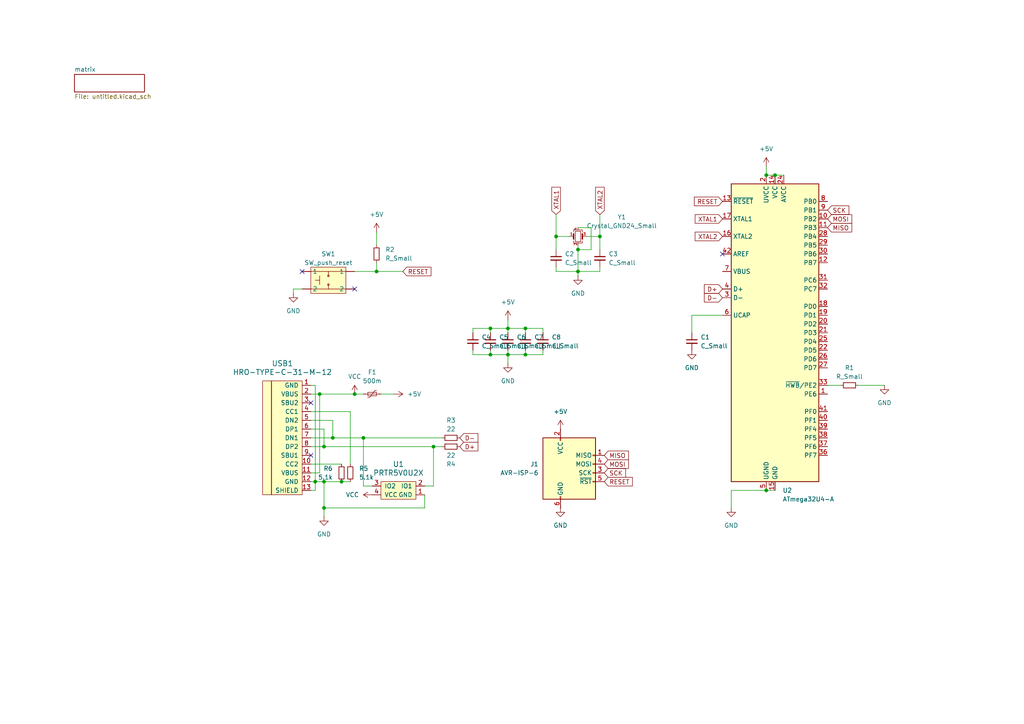
<source format=kicad_sch>
(kicad_sch (version 20231120) (generator "eeschema") (generator_version "8.0")
  (paper "A4")
  (title_block (title "65% ANSI Keyboard Schematic"))
  (lib_symbols
    (symbol "Connector:AVR-ISP-6" (pin_names (offset 1.016))
      (property "Reference" "J" (at -6.35 11.43 0))
      (property "Value" "AVR-ISP-6" (at 0 11.43 0))
      (symbol "AVR-ISP-6_0_1"
        (rectangle (start -2.667 -6.858) (end -2.413 -7.62))
        (rectangle (start -2.667 10.16) (end -2.413 9.398))
        (rectangle (start 7.62 -2.413) (end 6.858 -2.667))
        (rectangle (start 7.62 0.127) (end 6.858 -0.127))
        (rectangle (start 7.62 2.667) (end 6.858 2.413))
        (rectangle (start 7.62 5.207) (end 6.858 4.953))
        (rectangle (start 7.62 10.16) (end -7.62 -7.62) (stroke (width 0.254)) (fill (type background)))
      )
      (symbol "AVR-ISP-6_1_1"
        (pin passive line (at 10.16 5.08 180) (length 2.54) (name "MISO") (number "1"))
        (pin passive line (at -2.54 12.7 270) (length 2.54) (name "VCC") (number "2"))
        (pin passive line (at 10.16 0 180) (length 2.54) (name "SCK") (number "3"))
        (pin passive line (at 10.16 2.54 180) (length 2.54) (name "MOSI") (number "4"))
        (pin passive line (at 10.16 -2.54 180) (length 2.54) (name "~{RST}") (number "5"))
        (pin passive line (at -2.54 -10.16 90) (length 2.54) (name "GND") (number "6"))
      )
    )
    (symbol "Device:C_Small" (pin_numbers hide) (pin_names (offset 0.254) hide)
      (property "Reference" "C" (at 0.254 1.778 0))
      (property "Value" "C_Small" (at 0.254 -2.032 0))
      (symbol "C_Small_0_1"
        (polyline (pts (xy -1.524 -0.508) (xy 1.524 -0.508)) (stroke (width 0.3302)))
        (polyline (pts (xy -1.524 0.508) (xy 1.524 0.508)) (stroke (width 0.3048)))
      )
      (symbol "C_Small_1_1"
        (pin passive line (at 0 2.54 270) (length 2.032) (name "~") (number "1"))
        (pin passive line (at 0 -2.54 90) (length 2.032) (name "~") (number "2"))
      )
    )
    (symbol "Device:Crystal_GND24_Small" (pin_names (offset 1.016) hide)
      (property "Reference" "Y" (at 1.27 4.445 0))
      (property "Value" "Crystal_GND24_Small" (at 1.27 2.54 0))
      (symbol "Crystal_GND24_Small_0_1"
        (rectangle (start -0.762 -1.524) (end 0.762 1.524))
        (polyline (pts (xy -1.27 -0.762) (xy -1.27 0.762)) (stroke (width 0.381)))
        (polyline (pts (xy 1.27 -0.762) (xy 1.27 0.762)) (stroke (width 0.381)))
        (polyline (pts (xy -1.27 -1.27) (xy -1.27 -1.905) (xy 1.27 -1.905) (xy 1.27 -1.27)))
        (polyline (pts (xy -1.27 1.27) (xy -1.27 1.905) (xy 1.27 1.905) (xy 1.27 1.27)))
      )
      (symbol "Crystal_GND24_Small_1_1"
        (pin passive line (at -2.54 0 0) (length 1.27) (name "1") (number "1"))
        (pin passive line (at 0 -2.54 90) (length 0.635) (name "2") (number "2"))
        (pin passive line (at 2.54 0 180) (length 1.27) (name "3") (number "3"))
        (pin passive line (at 0 2.54 270) (length 0.635) (name "4") (number "4"))
      )
    )
    (symbol "Device:Polyfuse_Small" (pin_numbers hide) (pin_names (offset 0))
      (property "Reference" "F" (at -1.905 0 90))
      (property "Value" "Polyfuse_Small" (at 1.905 0 90))
      (symbol "Polyfuse_Small_0_1"
        (rectangle (start -0.508 1.27) (end 0.508 -1.27))
        (polyline (pts (xy 0 2.54) (xy 0 -2.54)))
        (polyline (pts (xy -1.016 1.27) (xy -1.016 0.762) (xy 1.016 -0.762) (xy 1.016 -1.27)))
      )
      (symbol "Polyfuse_Small_1_1"
        (pin passive line (at 0 2.54 270) (length 0.635) (name "~") (number "1"))
        (pin passive line (at 0 -2.54 90) (length 0.635) (name "~") (number "2"))
      )
    )
    (symbol "Device:R_Small" (pin_numbers hide) (pin_names (offset 0.254) hide)
      (property "Reference" "R" (at 0.762 0.508 0))
      (property "Value" "R_Small" (at 0.762 -1.016 0))
      (symbol "R_Small_0_1"
        (rectangle (start -0.762 1.778) (end 0.762 -1.778) (stroke (width 0.2032)))
      )
      (symbol "R_Small_1_1"
        (pin passive line (at 0 2.54 270) (length 0.762) (name "~") (number "1"))
        (pin passive line (at 0 -2.54 90) (length 0.762) (name "~") (number "2"))
      )
    )
    (symbol "MCU_Microchip_ATmega:ATmega32U4-A"
      (property "Reference" "U" (at -12.7 44.45 0))
      (property "Value" "ATmega32U4-A" (at 2.54 -44.45 0))
      (symbol "ATmega32U4-A_0_1"
        (rectangle (start -12.7 -43.18) (end 12.7 43.18) (stroke (width 0.254)) (fill (type background)))
      )
      (symbol "ATmega32U4-A_1_1"
        (pin bidirectional line (at 15.24 -17.78 180) (length 2.54) (name "PE6") (number "1"))
        (pin bidirectional line (at 15.24 33.02 180) (length 2.54) (name "PB2") (number "10"))
        (pin bidirectional line (at 15.24 30.48 180) (length 2.54) (name "PB3") (number "11"))
        (pin bidirectional line (at 15.24 20.32 180) (length 2.54) (name "PB7") (number "12"))
        (pin input line (at -15.24 38.1 0) (length 2.54) (name "~{RESET}") (number "13"))
        (pin power_in line (at 0 45.72 270) (length 2.54) (name "VCC") (number "14"))
        (pin power_in line (at 0 -45.72 90) (length 2.54) (name "GND") (number "15"))
        (pin output line (at -15.24 27.94 0) (length 2.54) (name "XTAL2") (number "16"))
        (pin input line (at -15.24 33.02 0) (length 2.54) (name "XTAL1") (number "17"))
        (pin bidirectional line (at 15.24 7.62 180) (length 2.54) (name "PD0") (number "18"))
        (pin bidirectional line (at 15.24 5.08 180) (length 2.54) (name "PD1") (number "19"))
        (pin power_in line (at -2.54 45.72 270) (length 2.54) (name "UVCC") (number "2"))
        (pin bidirectional line (at 15.24 2.54 180) (length 2.54) (name "PD2") (number "20"))
        (pin bidirectional line (at 15.24 0 180) (length 2.54) (name "PD3") (number "21"))
        (pin bidirectional line (at 15.24 -5.08 180) (length 2.54) (name "PD5") (number "22"))
        (pin passive line (at 0 -45.72 90) (length 2.54) hide (name "GND") (number "23"))
        (pin power_in line (at 2.54 45.72 270) (length 2.54) (name "AVCC") (number "24"))
        (pin bidirectional line (at 15.24 -2.54 180) (length 2.54) (name "PD4") (number "25"))
        (pin bidirectional line (at 15.24 -7.62 180) (length 2.54) (name "PD6") (number "26"))
        (pin bidirectional line (at 15.24 -10.16 180) (length 2.54) (name "PD7") (number "27"))
        (pin bidirectional line (at 15.24 27.94 180) (length 2.54) (name "PB4") (number "28"))
        (pin bidirectional line (at 15.24 25.4 180) (length 2.54) (name "PB5") (number "29"))
        (pin bidirectional line (at -15.24 10.16 0) (length 2.54) (name "D-") (number "3"))
        (pin bidirectional line (at 15.24 22.86 180) (length 2.54) (name "PB6") (number "30"))
        (pin bidirectional line (at 15.24 15.24 180) (length 2.54) (name "PC6") (number "31"))
        (pin bidirectional line (at 15.24 12.7 180) (length 2.54) (name "PC7") (number "32"))
        (pin bidirectional line (at 15.24 -15.24 180) (length 2.54) (name "~{HWB}/PE2") (number "33"))
        (pin passive line (at 0 45.72 270) (length 2.54) hide (name "VCC") (number "34"))
        (pin passive line (at 0 -45.72 90) (length 2.54) hide (name "GND") (number "35"))
        (pin bidirectional line (at 15.24 -35.56 180) (length 2.54) (name "PF7") (number "36"))
        (pin bidirectional line (at 15.24 -33.02 180) (length 2.54) (name "PF6") (number "37"))
        (pin bidirectional line (at 15.24 -30.48 180) (length 2.54) (name "PF5") (number "38"))
        (pin bidirectional line (at 15.24 -27.94 180) (length 2.54) (name "PF4") (number "39"))
        (pin bidirectional line (at -15.24 12.7 0) (length 2.54) (name "D+") (number "4"))
        (pin bidirectional line (at 15.24 -25.4 180) (length 2.54) (name "PF1") (number "40"))
        (pin bidirectional line (at 15.24 -22.86 180) (length 2.54) (name "PF0") (number "41"))
        (pin passive line (at -15.24 22.86 0) (length 2.54) (name "AREF") (number "42"))
        (pin passive line (at 0 -45.72 90) (length 2.54) hide (name "GND") (number "43"))
        (pin passive line (at 2.54 45.72 270) (length 2.54) hide (name "AVCC") (number "44"))
        (pin passive line (at -2.54 -45.72 90) (length 2.54) (name "UGND") (number "5"))
        (pin passive line (at -15.24 5.08 0) (length 2.54) (name "UCAP") (number "6"))
        (pin input line (at -15.24 17.78 0) (length 2.54) (name "VBUS") (number "7"))
        (pin bidirectional line (at 15.24 38.1 180) (length 2.54) (name "PB0") (number "8"))
        (pin bidirectional line (at 15.24 35.56 180) (length 2.54) (name "PB1") (number "9"))
      )
    )
    (symbol "Type-C:HRO-TYPE-C-31-M-12" (pin_names (offset 1.016))
      (property "Reference" "USB" (at -5.08 16.51 0))
      (property "Value" "HRO-TYPE-C-31-M-12" (at -10.16 -1.27 90))
      (symbol "HRO-TYPE-C-31-M-12_0_1"
        (rectangle (start -11.43 15.24) (end -8.89 -17.78) (fill (type background)))
        (rectangle (start 0 -17.78) (end -8.89 15.24) (fill (type background)))
      )
      (symbol "HRO-TYPE-C-31-M-12_1_1"
        (pin input line (at 2.54 13.97 180) (length 2.54) (name "GND") (number "1"))
        (pin input line (at 2.54 -8.89 180) (length 2.54) (name "CC2") (number "10"))
        (pin input line (at 2.54 -11.43 180) (length 2.54) (name "VBUS") (number "11"))
        (pin input line (at 2.54 -13.97 180) (length 2.54) (name "GND") (number "12"))
        (pin input line (at 2.54 -16.51 180) (length 2.54) (name "SHIELD") (number "13"))
        (pin input line (at 2.54 11.43 180) (length 2.54) (name "VBUS") (number "2"))
        (pin input line (at 2.54 8.89 180) (length 2.54) (name "SBU2") (number "3"))
        (pin input line (at 2.54 6.35 180) (length 2.54) (name "CC1") (number "4"))
        (pin input line (at 2.54 3.81 180) (length 2.54) (name "DN2") (number "5"))
        (pin input line (at 2.54 1.27 180) (length 2.54) (name "DP1") (number "6"))
        (pin input line (at 2.54 -1.27 180) (length 2.54) (name "DN1") (number "7"))
        (pin input line (at 2.54 -3.81 180) (length 2.54) (name "DP2") (number "8"))
        (pin input line (at 2.54 -6.35 180) (length 2.54) (name "SBU1") (number "9"))
      )
    )
    (symbol "local:SW_SKQG"
      (property "Reference" "SW" (at 0.254 5.08 0))
      (symbol "SW_SKQG_0_1"
        (rectangle (start -5.08 3.81) (end 5.08 -3.81) (fill (type background)))
        (circle (center 0 -1.27) (radius 0.254))
        (polyline (pts (xy -7.62 -2.54) (xy 7.62 -2.54)))
        (polyline (pts (xy -7.62 2.54) (xy 7.62 2.54)))
        (polyline (pts (xy 0 -2.54) (xy 0 -1.27)))
        (polyline (pts (xy 0 2.54) (xy 0 1.27)))
        (polyline (pts (xy -2.54 1.27) (xy -2.54 -1.27) (xy -2.54 0) (xy -3.81 0)))
        (circle (center 0 1.27) (radius 0.254))
      )
      (symbol "SW_SKQG_1_1"
        (pin passive line (at -7.62 2.54 0) (length 2.54) (name "1") (number ""))
        (pin passive line (at 7.62 2.54 180) (length 2.54) (name "1") (number ""))
        (pin passive line (at -7.62 -2.54 0) (length 2.54) (name "2") (number ""))
        (pin passive line (at 7.62 -2.54 180) (length 2.54) (name "2") (number ""))
      )
    )
    (symbol "power:+5V" (power) (pin_numbers hide) (pin_names (offset 0) hide)
      (property "Value" "+5V" (at 0 3.556 0))
      (symbol "+5V_0_1"
        (polyline (pts (xy -0.762 1.27) (xy 0 2.54)))
        (polyline (pts (xy 0 0) (xy 0 2.54)))
        (polyline (pts (xy 0 2.54) (xy 0.762 1.27)))
      )
      (symbol "+5V_1_1"
        (pin power_in line (at 0 0 90) (length 0) (name "~") (number "1"))
      )
    )
    (symbol "power:GND" (power) (pin_numbers hide) (pin_names (offset 0) hide)
      (property "Value" "GND" (at 0 -3.81 0))
      (symbol "GND_0_1"
        (polyline (pts (xy 0 0) (xy 0 -1.27) (xy 1.27 -1.27) (xy 0 -2.54) (xy -1.27 -1.27) (xy 0 -1.27)))
      )
      (symbol "GND_1_1"
        (pin power_in line (at 0 0 270) (length 0) (name "~") (number "1"))
      )
    )
    (symbol "power:VCC" (power) (pin_numbers hide) (pin_names (offset 0) hide)
      (property "Value" "VCC" (at 0 3.556 0))
      (symbol "VCC_0_1"
        (polyline (pts (xy -0.762 1.27) (xy 0 2.54)))
        (polyline (pts (xy 0 0) (xy 0 2.54)))
        (polyline (pts (xy 0 2.54) (xy 0.762 1.27)))
      )
      (symbol "VCC_1_1"
        (pin power_in line (at 0 0 90) (length 0) (name "~") (number "1"))
      )
    )
    (symbol "random-keyboard-parts:PRTR5V0U2X" (pin_names (offset 1.016))
      (property "Reference" "U" (at 0 3.81 0))
      (property "Value" "PRTR5V0U2X" (at 0 -3.81 0))
      (symbol "PRTR5V0U2X_0_1"
        (rectangle (start -5.08 2.54) (end 5.08 -2.54) (fill (type background)))
      )
      (symbol "PRTR5V0U2X_1_1"
        (pin input line (at -7.62 1.27 0) (length 2.54) (name "GND") (number "1"))
        (pin input line (at -7.62 -1.27 0) (length 2.54) (name "IO1") (number "2"))
        (pin input line (at 7.62 -1.27 180) (length 2.54) (name "IO2") (number "3"))
        (pin input line (at 7.62 1.27 180) (length 2.54) (name "VCC") (number "4"))
      )
    )
  )
  (junction (at 93.98 129.54))
  (junction (at 173.99 68.58))
  (junction (at 167.64 72.39))
  (junction (at 125.73 129.54))
  (junction (at 91.44 139.7))
  (junction (at 152.4 95.25))
  (junction (at 152.4 102.87))
  (junction (at 102.87 114.3))
  (junction (at 93.98 147.32))
  (junction (at 99.06 139.7))
  (junction (at 142.24 102.87))
  (junction (at 147.32 95.25))
  (junction (at 93.98 139.7))
  (junction (at 142.24 95.25))
  (junction (at 109.22 78.74))
  (junction (at 222.25 142.24))
  (junction (at 222.25 50.8))
  (junction (at 161.29 68.58))
  (junction (at 167.64 78.74))
  (junction (at 96.52 127))
  (junction (at 224.79 50.8))
  (junction (at 147.32 102.87))
  (junction (at 105.41 127))
  (junction (at 92.71 114.3))
  (no_connect (at 102.87 83.82))
  (no_connect (at 90.17 132.08))
  (no_connect (at 90.17 116.84))
  (no_connect (at 209.55 73.66))
  (no_connect (at 87.63 78.74))
  (wire (pts (xy 102.87 114.3) (xy 105.41 114.3)))
  (wire (pts (xy 222.25 48.26) (xy 222.25 50.8)))
  (wire (pts (xy 107.95 140.97) (xy 105.41 140.97)))
  (wire (pts (xy 224.79 50.8) (xy 227.33 50.8)))
  (wire (pts (xy 240.03 111.76) (xy 243.84 111.76)))
  (wire (pts (xy 105.41 127) (xy 128.27 127)))
  (wire (pts (xy 147.32 101.6) (xy 147.32 102.87)))
  (wire (pts (xy 90.17 137.16) (xy 92.71 137.16)))
  (wire (pts (xy 125.73 140.97) (xy 125.73 129.54)))
  (wire (pts (xy 123.19 143.51) (xy 123.19 147.32)))
  (wire (pts (xy 152.4 95.25) (xy 157.48 95.25)))
  (wire (pts (xy 161.29 68.58) (xy 161.29 72.39)))
  (wire (pts (xy 137.16 95.25) (xy 142.24 95.25)))
  (wire (pts (xy 142.24 101.6) (xy 142.24 102.87)))
  (wire (pts (xy 170.18 68.58) (xy 173.99 68.58)))
  (wire (pts (xy 157.48 102.87) (xy 157.48 101.6)))
  (wire (pts (xy 91.44 139.7) (xy 91.44 111.76)))
  (wire (pts (xy 165.1 68.58) (xy 161.29 68.58)))
  (wire (pts (xy 248.92 111.76) (xy 256.54 111.76)))
  (wire (pts (xy 167.64 66.04) (xy 171.45 66.04)))
  (wire (pts (xy 125.73 129.54) (xy 128.27 129.54)))
  (wire (pts (xy 90.17 121.92) (xy 96.52 121.92)))
  (wire (pts (xy 147.32 92.71) (xy 147.32 95.25)))
  (wire (pts (xy 92.71 114.3) (xy 102.87 114.3)))
  (wire (pts (xy 147.32 102.87) (xy 147.32 105.41)))
  (wire (pts (xy 142.24 102.87) (xy 147.32 102.87)))
  (wire (pts (xy 171.45 66.04) (xy 171.45 72.39)))
  (wire (pts (xy 152.4 102.87) (xy 157.48 102.87)))
  (wire (pts (xy 173.99 78.74) (xy 173.99 77.47)))
  (wire (pts (xy 173.99 68.58) (xy 173.99 72.39)))
  (wire (pts (xy 152.4 101.6) (xy 152.4 102.87)))
  (wire (pts (xy 109.22 76.2) (xy 109.22 78.74)))
  (wire (pts (xy 90.17 129.54) (xy 93.98 129.54)))
  (wire (pts (xy 123.19 147.32) (xy 93.98 147.32)))
  (wire (pts (xy 90.17 142.24) (xy 91.44 142.24)))
  (wire (pts (xy 99.06 139.7) (xy 101.6 139.7)))
  (wire (pts (xy 90.17 139.7) (xy 91.44 139.7)))
  (wire (pts (xy 212.09 142.24) (xy 212.09 147.32)))
  (wire (pts (xy 157.48 95.25) (xy 157.48 96.52)))
  (wire (pts (xy 87.63 83.82) (xy 85.09 83.82)))
  (wire (pts (xy 209.55 91.44) (xy 200.66 91.44)))
  (wire (pts (xy 167.64 78.74) (xy 173.99 78.74)))
  (wire (pts (xy 93.98 139.7) (xy 93.98 147.32)))
  (wire (pts (xy 101.6 119.38) (xy 90.17 119.38)))
  (wire (pts (xy 123.19 140.97) (xy 125.73 140.97)))
  (wire (pts (xy 161.29 77.47) (xy 161.29 78.74)))
  (wire (pts (xy 90.17 114.3) (xy 92.71 114.3)))
  (wire (pts (xy 110.49 114.3) (xy 114.3 114.3)))
  (wire (pts (xy 96.52 127) (xy 105.41 127)))
  (wire (pts (xy 222.25 142.24) (xy 224.79 142.24)))
  (wire (pts (xy 91.44 142.24) (xy 91.44 139.7)))
  (wire (pts (xy 109.22 67.31) (xy 109.22 71.12)))
  (wire (pts (xy 96.52 121.92) (xy 96.52 127)))
  (wire (pts (xy 161.29 78.74) (xy 167.64 78.74)))
  (wire (pts (xy 222.25 50.8) (xy 224.79 50.8)))
  (wire (pts (xy 161.29 62.23) (xy 161.29 68.58)))
  (wire (pts (xy 147.32 95.25) (xy 147.32 96.52)))
  (wire (pts (xy 167.64 72.39) (xy 167.64 78.74)))
  (wire (pts (xy 173.99 62.23) (xy 173.99 68.58)))
  (wire (pts (xy 90.17 134.62) (xy 99.06 134.62)))
  (wire (pts (xy 101.6 134.62) (xy 101.6 119.38)))
  (wire (pts (xy 93.98 124.46) (xy 93.98 129.54)))
  (wire (pts (xy 92.71 137.16) (xy 92.71 114.3)))
  (wire (pts (xy 137.16 101.6) (xy 137.16 102.87)))
  (wire (pts (xy 167.64 71.12) (xy 167.64 72.39)))
  (wire (pts (xy 142.24 95.25) (xy 147.32 95.25)))
  (wire (pts (xy 85.09 83.82) (xy 85.09 85.09)))
  (wire (pts (xy 102.87 78.74) (xy 109.22 78.74)))
  (wire (pts (xy 93.98 147.32) (xy 93.98 149.86)))
  (wire (pts (xy 137.16 96.52) (xy 137.16 95.25)))
  (wire (pts (xy 91.44 111.76) (xy 90.17 111.76)))
  (wire (pts (xy 90.17 124.46) (xy 93.98 124.46)))
  (wire (pts (xy 93.98 139.7) (xy 99.06 139.7)))
  (wire (pts (xy 152.4 95.25) (xy 152.4 96.52)))
  (wire (pts (xy 90.17 127) (xy 96.52 127)))
  (wire (pts (xy 147.32 102.87) (xy 152.4 102.87)))
  (wire (pts (xy 167.64 72.39) (xy 171.45 72.39)))
  (wire (pts (xy 105.41 140.97) (xy 105.41 127)))
  (wire (pts (xy 93.98 129.54) (xy 125.73 129.54)))
  (wire (pts (xy 142.24 95.25) (xy 142.24 96.52)))
  (wire (pts (xy 91.44 139.7) (xy 93.98 139.7)))
  (wire (pts (xy 109.22 78.74) (xy 116.84 78.74)))
  (wire (pts (xy 137.16 102.87) (xy 142.24 102.87)))
  (wire (pts (xy 200.66 91.44) (xy 200.66 96.52)))
  (wire (pts (xy 222.25 142.24) (xy 212.09 142.24)))
  (wire (pts (xy 147.32 95.25) (xy 152.4 95.25)))
  (wire (pts (xy 167.64 78.74) (xy 167.64 80.01)))
  (global_label "SCK" (shape input) (at 240.03 60.96 0) (property "Intersheetrefs" "${INTERSHEET_REFS}" (effects (hide yes))))
  (global_label "MOSI" (shape input) (at 240.03 63.5 0) (property "Intersheetrefs" "${INTERSHEET_REFS}" (effects (hide yes))))
  (global_label "MISO" (shape input) (at 240.03 66.04 0) (property "Intersheetrefs" "${INTERSHEET_REFS}" (effects (hide yes))))
  (global_label "XTAL1" (shape input) (at 161.29 62.23 90) (property "Intersheetrefs" "${INTERSHEET_REFS}" (effects (hide yes))))
  (global_label "RESET" (shape input) (at 175.26 139.7 0) (property "Intersheetrefs" "${INTERSHEET_REFS}" (effects (hide yes))))
  (global_label "MOSI" (shape input) (at 175.26 134.62 0) (property "Intersheetrefs" "${INTERSHEET_REFS}" (effects (hide yes))))
  (global_label "XTAL2" (shape input) (at 209.55 68.58 180) (property "Intersheetrefs" "${INTERSHEET_REFS}" (effects (hide yes))))
  (global_label "RESET" (shape input) (at 209.55 58.42 180) (property "Intersheetrefs" "${INTERSHEET_REFS}" (effects (hide yes))))
  (global_label "MISO" (shape input) (at 175.26 132.08 0) (property "Intersheetrefs" "${INTERSHEET_REFS}" (effects (hide yes))))
  (global_label "RESET" (shape input) (at 116.84 78.74 0) (property "Intersheetrefs" "${INTERSHEET_REFS}" (effects (hide yes))))
  (global_label "D-" (shape input) (at 133.35 127 0) (property "Intersheetrefs" "${INTERSHEET_REFS}" (effects (hide yes))))
  (global_label "D+" (shape input) (at 133.35 129.54 0) (property "Intersheetrefs" "${INTERSHEET_REFS}" (effects (hide yes))))
  (global_label "D-" (shape input) (at 209.55 86.36 180) (property "Intersheetrefs" "${INTERSHEET_REFS}" (effects (hide yes))))
  (global_label "SCK" (shape input) (at 175.26 137.16 0) (property "Intersheetrefs" "${INTERSHEET_REFS}" (effects (hide yes))))
  (global_label "XTAL2" (shape input) (at 173.99 62.23 90) (property "Intersheetrefs" "${INTERSHEET_REFS}" (effects (hide yes))))
  (global_label "XTAL1" (shape input) (at 209.55 63.5 180) (property "Intersheetrefs" "${INTERSHEET_REFS}" (effects (hide yes))))
  (global_label "D+" (shape input) (at 209.55 83.82 180) (property "Intersheetrefs" "${INTERSHEET_REFS}" (effects (hide yes))))
  (symbol (lib_id "Device:R_Small") (at 109.22 73.66 0) (unit 1)
    (property "Reference" "R2" (at 111.76 72.3899 0) (effects (justify left)))
    (property "Value" "R_Small" (at 111.76 74.9299 0) (effects (justify left)))
    (property "Description" "Resistor, small symbol" (effects (hide yes)))
  )
  (symbol (lib_id "power:GND") (at 256.54 111.76 0) (unit 1)
    (property "Reference" "#PWR02" (effects (hide yes)))
    (property "Value" "GND" (at 256.54 116.84 0))
    (property "Description" "Power symbol creates a global label with name \"GND\" , ground" (effects (hide yes)))
  )
  (symbol (lib_id "power:+5V") (at 222.25 48.26 0) (unit 1)
    (property "Reference" "#PWR01" (effects (hide yes)))
    (property "Value" "+5V" (at 222.25 43.18 0))
    (property "Description" "Power symbol creates a global label with name \"+5V\"" (effects (hide yes)))
  )
  (symbol (lib_id "power:+5V") (at 147.32 92.71 0) (unit 1)
    (property "Reference" "#PWR07" (effects (hide yes)))
    (property "Value" "+5V" (at 147.32 87.63 0))
    (property "Description" "Power symbol creates a global label with name \"+5V\"" (effects (hide yes)))
  )
  (symbol (lib_id "Device:C_Small") (at 200.66 99.06 0) (unit 1)
    (property "Reference" "C1" (at 203.2 97.7962 0) (effects (justify left)))
    (property "Value" "C_Small" (at 203.2 100.3362 0) (effects (justify left)))
    (property "Description" "Unpolarized capacitor, small symbol" (effects (hide yes)))
  )
  (symbol (lib_id "Device:R_Small") (at 246.38 111.76 270) (unit 1)
    (property "Reference" "R1" (at 246.38 106.68 90))
    (property "Value" "R_Small" (at 246.38 109.22 90))
    (property "Description" "Resistor, small symbol" (effects (hide yes)))
  )
  (symbol (lib_id "Device:C_Small") (at 152.4 99.06 0) (unit 1)
    (property "Reference" "C7" (at 154.94 97.7962 0) (effects (justify left)))
    (property "Value" "C_Small" (at 154.94 100.3362 0) (effects (justify left)))
    (property "Description" "Unpolarized capacitor, small symbol" (effects (hide yes)))
  )
  (symbol (lib_id "power:GND") (at 212.09 147.32 0) (unit 1)
    (property "Reference" "#PWR04" (effects (hide yes)))
    (property "Value" "GND" (at 212.09 152.4 0))
    (property "Description" "Power symbol creates a global label with name \"GND\" , ground" (effects (hide yes)))
  )
  (symbol (lib_id "power:VCC") (at 102.87 114.3 0) (unit 1)
    (property "Reference" "#PWR012" (effects (hide yes)))
    (property "Value" "VCC" (at 102.87 109.22 0))
    (property "Description" "Power symbol creates a global label with name \"VCC\"" (effects (hide yes)))
  )
  (symbol (lib_id "Device:R_Small") (at 130.81 129.54 90) (mirror x) (unit 1)
    (property "Reference" "R4" (at 130.81 134.62 90))
    (property "Value" "22" (at 130.81 132.08 90))
    (property "Description" "Resistor, small symbol" (effects (hide yes)))
  )
  (symbol (lib_id "power:GND") (at 147.32 105.41 0) (unit 1)
    (property "Reference" "#PWR06" (effects (hide yes)))
    (property "Value" "GND" (at 147.32 110.49 0))
    (property "Description" "Power symbol creates a global label with name \"GND\" , ground" (effects (hide yes)))
  )
  (symbol (lib_id "Device:R_Small") (at 99.06 137.16 0) (mirror y) (unit 1)
    (property "Reference" "R6" (at 96.52 135.8899 0) (effects (justify left)))
    (property "Value" "5.1k" (at 96.52 138.4299 0) (effects (justify left)))
    (property "Description" "Resistor, small symbol" (effects (hide yes)))
  )
  (symbol (lib_id "Device:C_Small") (at 142.24 99.06 0) (unit 1)
    (property "Reference" "C5" (at 144.78 97.7962 0) (effects (justify left)))
    (property "Value" "C_Small" (at 144.78 100.3362 0) (effects (justify left)))
    (property "Description" "Unpolarized capacitor, small symbol" (effects (hide yes)))
  )
  (symbol (lib_id "power:GND") (at 200.66 101.6 0) (unit 1)
    (property "Reference" "#PWR03" (effects (hide yes)))
    (property "Value" "GND" (at 200.66 106.68 0))
    (property "Description" "Power symbol creates a global label with name \"GND\" , ground" (effects (hide yes)))
  )
  (symbol (lib_id "Device:Polyfuse_Small") (at 107.95 114.3 90) (unit 1)
    (property "Reference" "F1" (at 107.95 107.95 90))
    (property "Value" "500m" (at 107.95 110.49 90))
    (property "Description" "Resettable fuse, polymeric positive temperature coefficient, small symbol" (effects (hide yes)))
  )
  (symbol (lib_id "Device:C_Small") (at 173.99 74.93 0) (unit 1)
    (property "Reference" "C3" (at 176.53 73.6662 0) (effects (justify left)))
    (property "Value" "C_Small" (at 176.53 76.2062 0) (effects (justify left)))
    (property "Description" "Unpolarized capacitor, small symbol" (effects (hide yes)))
  )
  (symbol (lib_id "power:GND") (at 85.09 85.09 0) (unit 1)
    (property "Reference" "#PWR010" (effects (hide yes)))
    (property "Value" "GND" (at 85.09 90.17 0))
    (property "Description" "Power symbol creates a global label with name \"GND\" , ground" (effects (hide yes)))
  )
  (symbol (lib_id "local:SW_SKQG") (at 95.25 81.28 0) (unit 1)
    (property "Reference" "SW1" (at 95.25 73.66 0))
    (property "Value" "SW_push_reset" (at 95.25 76.2 0))
  )
  (symbol (lib_id "Device:R_Small") (at 130.81 127 90) (unit 1)
    (property "Reference" "R3" (at 130.81 121.92 90))
    (property "Value" "22" (at 130.81 124.46 90))
    (property "Description" "Resistor, small symbol" (effects (hide yes)))
  )
  (symbol (lib_id "power:VCC") (at 107.95 143.51 90) (unit 1)
    (property "Reference" "#PWR015" (effects (hide yes)))
    (property "Value" "VCC" (at 104.14 143.5099 90) (effects (justify left)))
    (property "Description" "Power symbol creates a global label with name \"VCC\"" (effects (hide yes)))
  )
  (symbol (lib_id "Device:C_Small") (at 137.16 99.06 0) (unit 1)
    (property "Reference" "C4" (at 139.7 97.7962 0) (effects (justify left)))
    (property "Value" "C_Small" (at 139.7 100.3362 0) (effects (justify left)))
    (property "Description" "Unpolarized capacitor, small symbol" (effects (hide yes)))
  )
  (symbol (lib_id "Connector:AVR-ISP-6") (at 165.1 137.16 0) (unit 1)
    (property "Reference" "J1" (at 156.21 134.6199 0) (effects (justify right)))
    (property "Value" "AVR-ISP-6" (at 156.21 137.1599 0) (effects (justify right)))
    (property "Datasheet" " ~" (effects (hide yes)))
    (property "Description" "Atmel 6-pin ISP connector" (effects (hide yes)))
  )
  (symbol (lib_id "power:+5V") (at 162.56 124.46 0) (unit 1)
    (property "Reference" "#PWR08" (effects (hide yes)))
    (property "Value" "+5V" (at 162.56 119.38 0))
    (property "Description" "Power symbol creates a global label with name \"+5V\"" (effects (hide yes)))
  )
  (symbol (lib_id "Device:C_Small") (at 147.32 99.06 0) (unit 1)
    (property "Reference" "C6" (at 149.86 97.7962 0) (effects (justify left)))
    (property "Value" "C_Small" (at 149.86 100.3362 0) (effects (justify left)))
    (property "Description" "Unpolarized capacitor, small symbol" (effects (hide yes)))
  )
  (symbol (lib_id "power:GND") (at 167.64 80.01 0) (unit 1)
    (property "Reference" "#PWR05" (effects (hide yes)))
    (property "Value" "GND" (at 167.64 85.09 0))
    (property "Description" "Power symbol creates a global label with name \"GND\" , ground" (effects (hide yes)))
  )
  (symbol (lib_id "power:GND") (at 162.56 147.32 0) (unit 1)
    (property "Reference" "#PWR09" (effects (hide yes)))
    (property "Value" "GND" (at 162.56 152.4 0))
    (property "Description" "Power symbol creates a global label with name \"GND\" , ground" (effects (hide yes)))
  )
  (symbol (lib_id "Device:C_Small") (at 157.48 99.06 0) (unit 1)
    (property "Reference" "C8" (at 160.02 97.7962 0) (effects (justify left)))
    (property "Value" "C_Small" (at 160.02 100.3362 0) (effects (justify left)))
    (property "Description" "Unpolarized capacitor, small symbol" (effects (hide yes)))
  )
  (symbol (lib_id "power:+5V") (at 114.3 114.3 270) (unit 1)
    (property "Reference" "#PWR013" (effects (hide yes)))
    (property "Value" "+5V" (at 118.11 114.2999 90) (effects (justify left)))
    (property "Description" "Power symbol creates a global label with name \"+5V\"" (effects (hide yes)))
  )
  (symbol (lib_id "Type-C:HRO-TYPE-C-31-M-12") (at 87.63 125.73 0) (unit 1)
    (property "Reference" "USB1" (at 81.915 105.41 0) (effects (font (size 1.524 1.524))))
    (property "Value" "HRO-TYPE-C-31-M-12" (at 81.915 107.95 0) (effects (font (size 1.524 1.524))))
  )
  (symbol (lib_id "Device:R_Small") (at 101.6 137.16 0) (unit 1)
    (property "Reference" "R5" (at 104.14 135.8899 0) (effects (justify left)))
    (property "Value" "5.1k" (at 104.14 138.4299 0) (effects (justify left)))
    (property "Description" "Resistor, small symbol" (effects (hide yes)))
  )
  (symbol (lib_id "Device:C_Small") (at 161.29 74.93 0) (unit 1)
    (property "Reference" "C2" (at 163.83 73.6662 0) (effects (justify left)))
    (property "Value" "C_Small" (at 163.83 76.2062 0) (effects (justify left)))
    (property "Description" "Unpolarized capacitor, small symbol" (effects (hide yes)))
  )
  (symbol (lib_id "power:GND") (at 93.98 149.86 0) (unit 1)
    (property "Reference" "#PWR014" (effects (hide yes)))
    (property "Value" "GND" (at 93.98 154.94 0))
    (property "Description" "Power symbol creates a global label with name \"GND\" , ground" (effects (hide yes)))
  )
  (symbol (lib_id "Device:Crystal_GND24_Small") (at 167.64 68.58 0) (unit 1)
    (property "Reference" "Y1" (at 180.34 62.9598 0))
    (property "Value" "Crystal_GND24_Small" (at 180.34 65.4998 0))
    (property "Description" "Four pin crystal, GND on pins 2 and 4, small symbol" (effects (hide yes)))
  )
  (symbol (lib_id "power:+5V") (at 109.22 67.31 0) (unit 1)
    (property "Reference" "#PWR011" (effects (hide yes)))
    (property "Value" "+5V" (at 109.22 62.23 0))
    (property "Description" "Power symbol creates a global label with name \"+5V\"" (effects (hide yes)))
  )
  (symbol (lib_id "MCU_Microchip_ATmega:ATmega32U4-A") (at 224.79 96.52 0) (unit 1)
    (property "Reference" "U2" (at 226.9841 142.24 0) (effects (justify left)))
    (property "Value" "ATmega32U4-A" (at 226.9841 144.78 0) (effects (justify left)))
    (property "Footprint" "Package_QFP:TQFP-44_10x10mm_P0.8mm" (effects (hide yes)))
    (property "Datasheet" "http://ww1.microchip.com/downloads/en/DeviceDoc/Atmel-7766-8-bit-AVR-ATmega16U4-32U4_Datasheet.pdf" (effects (hide yes)))
    (property "Description" "16MHz, 32kB Flash, 2.5kB SRAM, 1kB EEPROM, USB 2.0, TQFP-44" (effects (hide yes)))
  )
  (symbol (lib_id "random-keyboard-parts:PRTR5V0U2X") (at 115.57 142.24 180) (unit 1)
    (property "Reference" "U1" (at 115.57 134.62 0) (effects (font (size 1.524 1.524))))
    (property "Value" "PRTR5V0U2X" (at 115.57 137.16 0) (effects (font (size 1.524 1.524))))
  )
  (sheet (at 21.59 21.59) (size 20.32 5.08) (stroke (width 0.1524))
    (property "Sheetname" "matrix" (at 21.59 20.8784 0) (effects (justify left bottom)))
    (property "Sheetfile" "untitled.kicad_sch" (at 21.59 27.2546 0) (effects (justify left top)))
  )
)
</source>
